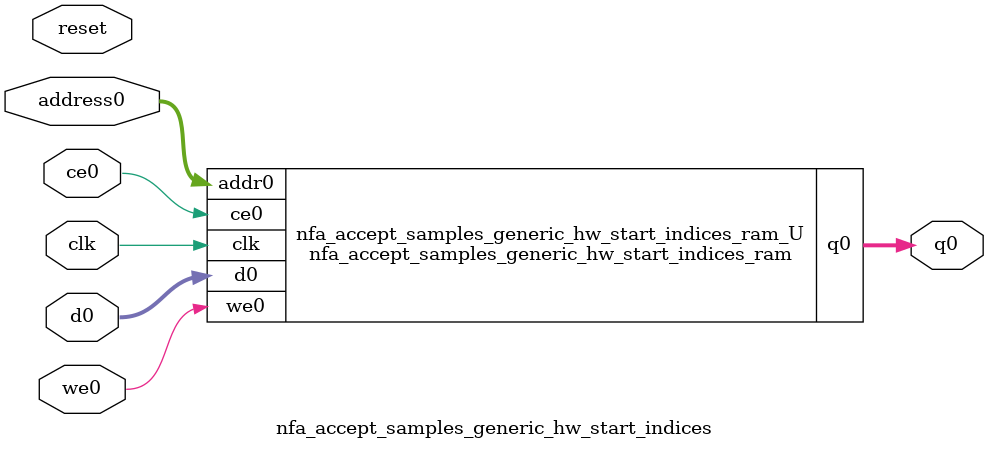
<source format=v>

`timescale 1 ns / 1 ps
module nfa_accept_samples_generic_hw_start_indices_ram (addr0, ce0, d0, we0, q0,  clk);

parameter DWIDTH = 32;
parameter AWIDTH = 4;
parameter MEM_SIZE = 16;

input[AWIDTH-1:0] addr0;
input ce0;
input[DWIDTH-1:0] d0;
input we0;
output reg[DWIDTH-1:0] q0;
input clk;

(* ram_style = "distributed" *)reg [DWIDTH-1:0] ram[MEM_SIZE-1:0];




always @(posedge clk)  
begin 
    if (ce0) 
    begin
        if (we0) 
        begin 
            ram[addr0] <= d0; 
            q0 <= d0;
        end 
        else 
            q0 <= ram[addr0];
    end
end


endmodule


`timescale 1 ns / 1 ps
module nfa_accept_samples_generic_hw_start_indices(
    reset,
    clk,
    address0,
    ce0,
    we0,
    d0,
    q0);

parameter DataWidth = 32'd32;
parameter AddressRange = 32'd16;
parameter AddressWidth = 32'd4;
input reset;
input clk;
input[AddressWidth - 1:0] address0;
input ce0;
input we0;
input[DataWidth - 1:0] d0;
output[DataWidth - 1:0] q0;




nfa_accept_samples_generic_hw_start_indices_ram nfa_accept_samples_generic_hw_start_indices_ram_U(
    .clk( clk ),
    .addr0( address0 ),
    .ce0( ce0 ),
    .d0( d0 ),
    .we0( we0 ),
    .q0( q0 ));

endmodule


</source>
